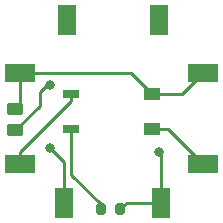
<source format=gtl>
G04 #@! TF.GenerationSoftware,KiCad,Pcbnew,(6.0.2-0)*
G04 #@! TF.CreationDate,2022-08-03T13:24:13+02:00*
G04 #@! TF.ProjectId,optical-amoeba,6f707469-6361-46c2-9d61-6d6f6562612e,rev?*
G04 #@! TF.SameCoordinates,Original*
G04 #@! TF.FileFunction,Copper,L1,Top*
G04 #@! TF.FilePolarity,Positive*
%FSLAX46Y46*%
G04 Gerber Fmt 4.6, Leading zero omitted, Abs format (unit mm)*
G04 Created by KiCad (PCBNEW (6.0.2-0)) date 2022-08-03 13:24:13*
%MOMM*%
%LPD*%
G01*
G04 APERTURE LIST*
G04 Aperture macros list*
%AMRoundRect*
0 Rectangle with rounded corners*
0 $1 Rounding radius*
0 $2 $3 $4 $5 $6 $7 $8 $9 X,Y pos of 4 corners*
0 Add a 4 corners polygon primitive as box body*
4,1,4,$2,$3,$4,$5,$6,$7,$8,$9,$2,$3,0*
0 Add four circle primitives for the rounded corners*
1,1,$1+$1,$2,$3*
1,1,$1+$1,$4,$5*
1,1,$1+$1,$6,$7*
1,1,$1+$1,$8,$9*
0 Add four rect primitives between the rounded corners*
20,1,$1+$1,$2,$3,$4,$5,0*
20,1,$1+$1,$4,$5,$6,$7,0*
20,1,$1+$1,$6,$7,$8,$9,0*
20,1,$1+$1,$8,$9,$2,$3,0*%
G04 Aperture macros list end*
G04 #@! TA.AperFunction,SMDPad,CuDef*
%ADD10RoundRect,0.250000X0.450000X-0.262500X0.450000X0.262500X-0.450000X0.262500X-0.450000X-0.262500X0*%
G04 #@! TD*
G04 #@! TA.AperFunction,SMDPad,CuDef*
%ADD11RoundRect,0.200000X0.200000X0.275000X-0.200000X0.275000X-0.200000X-0.275000X0.200000X-0.275000X0*%
G04 #@! TD*
G04 #@! TA.AperFunction,SMDPad,CuDef*
%ADD12R,1.400000X0.800000*%
G04 #@! TD*
G04 #@! TA.AperFunction,SMDPad,CuDef*
%ADD13R,1.400000X1.000000*%
G04 #@! TD*
G04 #@! TA.AperFunction,ComponentPad*
%ADD14R,2.500000X1.500000*%
G04 #@! TD*
G04 #@! TA.AperFunction,ComponentPad*
%ADD15R,1.500000X2.500000*%
G04 #@! TD*
G04 #@! TA.AperFunction,ViaPad*
%ADD16C,0.800000*%
G04 #@! TD*
G04 #@! TA.AperFunction,Conductor*
%ADD17C,0.250000*%
G04 #@! TD*
G04 APERTURE END LIST*
D10*
X91800000Y-101612500D03*
X91800000Y-99787500D03*
D11*
X100725000Y-108300000D03*
X99075000Y-108300000D03*
D12*
X96600000Y-98512500D03*
X96600000Y-101512500D03*
D13*
X103400000Y-98500000D03*
X103400000Y-101500000D03*
D14*
X107750000Y-104450000D03*
X107750000Y-96750000D03*
X92250000Y-104450000D03*
X92250000Y-96750000D03*
D15*
X104150000Y-107750000D03*
X95950000Y-107750000D03*
X104000000Y-92250000D03*
X96250000Y-92250000D03*
D16*
X104000000Y-103400000D03*
X94800000Y-97800000D03*
X94800000Y-103100000D03*
D17*
X91800000Y-101612500D02*
X93900000Y-99512500D01*
X93900000Y-99512500D02*
X93900000Y-98400000D01*
X94500000Y-97800000D02*
X94800000Y-97800000D01*
X93900000Y-98400000D02*
X94500000Y-97800000D01*
X91800000Y-99787500D02*
X92250000Y-99337500D01*
X92250000Y-99337500D02*
X92250000Y-96750000D01*
X96600000Y-101512500D02*
X96600000Y-105400000D01*
X99075000Y-107875000D02*
X96600000Y-105400000D01*
X99075000Y-108300000D02*
X99075000Y-107875000D01*
X104150000Y-107750000D02*
X101275000Y-107750000D01*
X101275000Y-107750000D02*
X100725000Y-108300000D01*
X106000000Y-98500000D02*
X107750000Y-96750000D01*
X103400000Y-98500000D02*
X101650000Y-96750000D01*
X101650000Y-96750000D02*
X92250000Y-96750000D01*
X103400000Y-98500000D02*
X106000000Y-98500000D01*
X104150000Y-103550000D02*
X104150000Y-107750000D01*
X104000000Y-103400000D02*
X104150000Y-103550000D01*
X92250000Y-103450000D02*
X96600000Y-99100000D01*
X96600000Y-99100000D02*
X96600000Y-98512500D01*
X92250000Y-104450000D02*
X92250000Y-103450000D01*
X103400000Y-101500000D02*
X104800000Y-101500000D01*
X104800000Y-101500000D02*
X107750000Y-104450000D01*
X95950000Y-107750000D02*
X95950000Y-104250000D01*
X95950000Y-104250000D02*
X94800000Y-103100000D01*
M02*

</source>
